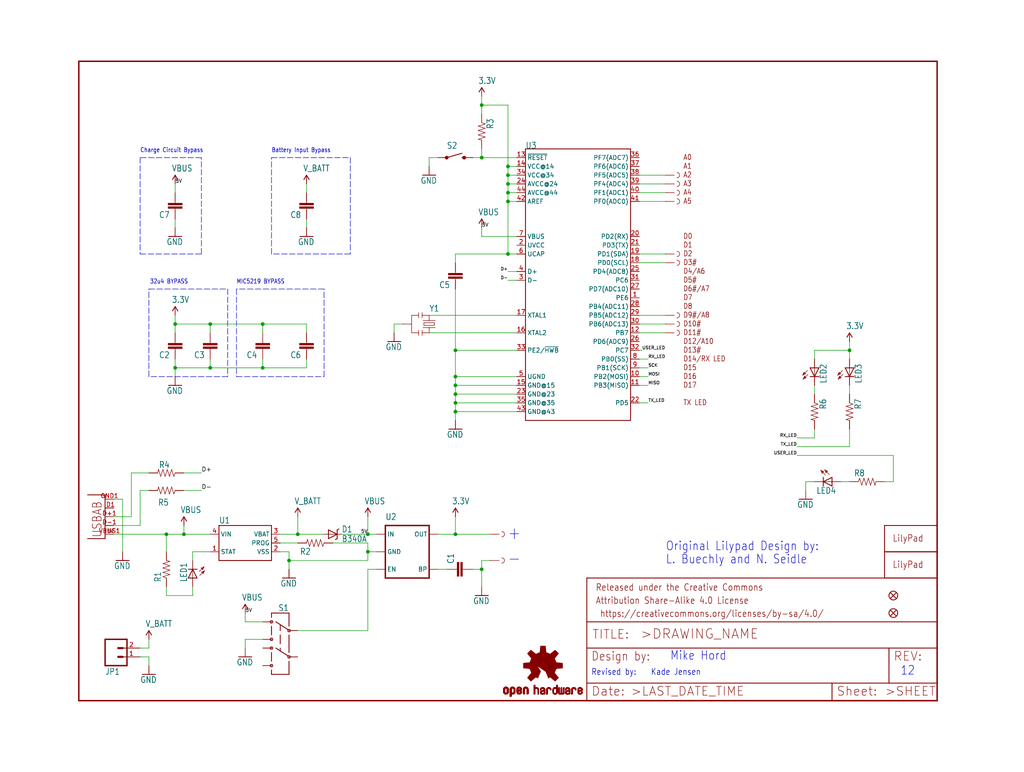
<source format=kicad_sch>
(kicad_sch (version 20211123) (generator eeschema)
  (paper "User" 297.002 223.926)
  (lib_symbols
    (symbol "eagleSchem-eagle-import:3.3V" (power)
      (property "Value" "3.3V" (at -1.016 3.556 0))
      (symbol "3.3V_1_0"
        (pin power_in line (at 0 0 90) (length 2.54) (name "3.3V") (number "1"))
      )
    )
    (symbol "eagleSchem-eagle-import:5V" (power)
      (property "Value" "5V" (at -1.016 3.556 0))
      (symbol "5V_1_0"
        (pin power_in line (at 0 0 90) (length 2.54) (name "5V") (number "1"))
      )
    )
    (symbol "eagleSchem-eagle-import:ATMEGA32U41{colon}1-LESS_PASTE"
      (property "Value" "ATMEGA32U41{colon}1-LESS_PASTE" (at -15.24 -43.18 0))
      (symbol "ATMEGA32U41{colon}1-LESS_PASTE_1_0"
        (text "A0" (at 30.48 34.798 0) (effects (font (size 1.524 1.2954)) (justify left bottom)))
        (text "A1" (at 30.48 32.258 0) (effects (font (size 1.524 1.2954)) (justify left bottom)))
        (text "A2" (at 30.48 29.718 0) (effects (font (size 1.524 1.2954)) (justify left bottom)))
        (text "A3" (at 30.48 27.178 0) (effects (font (size 1.524 1.2954)) (justify left bottom)))
        (text "A4" (at 30.48 24.638 0) (effects (font (size 1.524 1.2954)) (justify left bottom)))
        (text "A5" (at 30.48 22.098 0) (effects (font (size 1.524 1.2954)) (justify left bottom)))
        (text "D0" (at 30.48 11.938 0) (effects (font (size 1.524 1.2954)) (justify left bottom)))
        (text "D1" (at 30.48 9.398 0) (effects (font (size 1.524 1.2954)) (justify left bottom)))
        (text "D10#" (at 30.48 -13.462 0) (effects (font (size 1.524 1.2954)) (justify left bottom)))
        (text "D11#" (at 30.48 -16.002 0) (effects (font (size 1.524 1.2954)) (justify left bottom)))
        (text "D12/A10" (at 30.48 -18.542 0) (effects (font (size 1.524 1.2954)) (justify left bottom)))
        (text "D13#" (at 30.48 -21.082 0) (effects (font (size 1.524 1.2954)) (justify left bottom)))
        (text "D14/RX LED" (at 30.48 -23.622 0) (effects (font (size 1.524 1.2954)) (justify left bottom)))
        (text "D15" (at 30.48 -26.162 0) (effects (font (size 1.524 1.2954)) (justify left bottom)))
        (text "D16" (at 30.48 -28.702 0) (effects (font (size 1.524 1.2954)) (justify left bottom)))
        (text "D17" (at 30.48 -31.242 0) (effects (font (size 1.524 1.2954)) (justify left bottom)))
        (text "D2" (at 30.48 6.858 0) (effects (font (size 1.524 1.2954)) (justify left bottom)))
        (text "D3#" (at 30.48 4.318 0) (effects (font (size 1.524 1.2954)) (justify left bottom)))
        (text "D4/A6" (at 30.48 1.778 0) (effects (font (size 1.524 1.2954)) (justify left bottom)))
        (text "D5#" (at 30.48 -0.762 0) (effects (font (size 1.524 1.2954)) (justify left bottom)))
        (text "D6#/A7" (at 30.48 -3.302 0) (effects (font (size 1.524 1.2954)) (justify left bottom)))
        (text "D7" (at 30.48 -5.842 0) (effects (font (size 1.524 1.2954)) (justify left bottom)))
        (text "D8" (at 30.48 -8.382 0) (effects (font (size 1.524 1.2954)) (justify left bottom)))
        (text "D9#/A8" (at 30.48 -10.922 0) (effects (font (size 1.524 1.2954)) (justify left bottom)))
        (text "TX LED" (at 30.48 -36.322 0) (effects (font (size 1.524 1.2954)) (justify left bottom)))
        (pin bidirectional line (at 17.78 -5.08 180) (length 2.54) (name "PE6") (number "1"))
        (pin bidirectional line (at 17.78 -27.94 180) (length 2.54) (name "PB2(MOSI)") (number "10"))
        (pin bidirectional line (at 17.78 -30.48 180) (length 2.54) (name "PB3(MISO)") (number "11"))
        (pin bidirectional line (at 17.78 -15.24 180) (length 2.54) (name "PB7") (number "12"))
        (pin bidirectional line (at -17.78 35.56 0) (length 2.54) (name "~{RESET}") (number "13"))
        (pin bidirectional line (at -17.78 33.02 0) (length 2.54) (name "VCC@14") (number "14"))
        (pin bidirectional line (at -17.78 -30.48 0) (length 2.54) (name "GND@15") (number "15"))
        (pin bidirectional line (at -17.78 -15.24 0) (length 2.54) (name "XTAL2") (number "16"))
        (pin bidirectional line (at -17.78 -10.16 0) (length 2.54) (name "XTAL1") (number "17"))
        (pin bidirectional line (at 17.78 5.08 180) (length 2.54) (name "PD0(SCL)") (number "18"))
        (pin bidirectional line (at 17.78 7.62 180) (length 2.54) (name "PD1(SDA)") (number "19"))
        (pin bidirectional line (at -17.78 10.16 0) (length 2.54) (name "UVCC") (number "2"))
        (pin bidirectional line (at 17.78 12.7 180) (length 2.54) (name "PD2(RX)") (number "20"))
        (pin bidirectional line (at 17.78 10.16 180) (length 2.54) (name "PD3(TX)") (number "21"))
        (pin bidirectional line (at 17.78 -35.56 180) (length 2.54) (name "PD5") (number "22"))
        (pin bidirectional line (at -17.78 -33.02 0) (length 2.54) (name "GND@23") (number "23"))
        (pin bidirectional line (at -17.78 27.94 0) (length 2.54) (name "AVCC@24") (number "24"))
        (pin bidirectional line (at 17.78 2.54 180) (length 2.54) (name "PD4(ADC8)") (number "25"))
        (pin bidirectional line (at 17.78 -17.78 180) (length 2.54) (name "PD6(ADC9)") (number "26"))
        (pin bidirectional line (at 17.78 -2.54 180) (length 2.54) (name "PD7(ADC10)") (number "27"))
        (pin bidirectional line (at 17.78 -7.62 180) (length 2.54) (name "PB4(ADC11)") (number "28"))
        (pin bidirectional line (at 17.78 -10.16 180) (length 2.54) (name "PB5(ADC12)") (number "29"))
        (pin bidirectional line (at -17.78 0 0) (length 2.54) (name "D-") (number "3"))
        (pin bidirectional line (at 17.78 -12.7 180) (length 2.54) (name "PB6(ADC13)") (number "30"))
        (pin bidirectional line (at 17.78 0 180) (length 2.54) (name "PC6") (number "31"))
        (pin bidirectional line (at 17.78 -20.32 180) (length 2.54) (name "PC7") (number "32"))
        (pin bidirectional line (at -17.78 -20.32 0) (length 2.54) (name "PE2/~{HWB}") (number "33"))
        (pin bidirectional line (at -17.78 30.48 0) (length 2.54) (name "VCC@34") (number "34"))
        (pin bidirectional line (at -17.78 -35.56 0) (length 2.54) (name "GND@35") (number "35"))
        (pin bidirectional line (at 17.78 35.56 180) (length 2.54) (name "PF7(ADC7)") (number "36"))
        (pin bidirectional line (at 17.78 33.02 180) (length 2.54) (name "PF6(ADC6)") (number "37"))
        (pin bidirectional line (at 17.78 30.48 180) (length 2.54) (name "PF5(ADC5)") (number "38"))
        (pin bidirectional line (at 17.78 27.94 180) (length 2.54) (name "PF4(ADC4)") (number "39"))
        (pin bidirectional line (at -17.78 2.54 0) (length 2.54) (name "D+") (number "4"))
        (pin bidirectional line (at 17.78 25.4 180) (length 2.54) (name "PF1(ADC1)") (number "40"))
        (pin bidirectional line (at 17.78 22.86 180) (length 2.54) (name "PF0(ADC0)") (number "41"))
        (pin bidirectional line (at -17.78 22.86 0) (length 2.54) (name "AREF") (number "42"))
        (pin bidirectional line (at -17.78 -38.1 0) (length 2.54) (name "GND@43") (number "43"))
        (pin bidirectional line (at -17.78 25.4 0) (length 2.54) (name "AVCC@44") (number "44"))
        (pin bidirectional line (at -17.78 -27.94 0) (length 2.54) (name "UGND") (number "5"))
        (pin bidirectional line (at -17.78 7.62 0) (length 2.54) (name "UCAP") (number "6"))
        (pin bidirectional line (at -17.78 12.7 0) (length 2.54) (name "VBUS") (number "7"))
        (pin bidirectional line (at 17.78 -22.86 180) (length 2.54) (name "PB0(SS)") (number "8"))
        (pin bidirectional line (at 17.78 -25.4 180) (length 2.54) (name "PB1(SCK)") (number "9"))
      )
    )
    (symbol "eagleSchem-eagle-import:CAP0603-CAP"
      (property "Reference" "C" (at 1.524 2.921 0))
      (property "Value" "CAP0603-CAP" (at 1.524 -2.159 0))
      (symbol "CAP0603-CAP_1_0"
        (pin passive line (at 0 5.08 270) (length 2.54) (name "1") (number "1"))
        (pin passive line (at 0 -2.54 90) (length 2.54) (name "2") (number "2"))
      )
    )
    (symbol "eagleSchem-eagle-import:CAP1206"
      (property "Reference" "C" (at 1.524 2.921 0))
      (property "Value" "CAP1206" (at 1.524 -2.159 0))
      (symbol "CAP1206_1_0"
        (pin passive line (at 0 5.08 270) (length 2.54) (name "1") (number "1"))
        (pin passive line (at 0 -2.54 90) (length 2.54) (name "2") (number "2"))
      )
    )
    (symbol "eagleSchem-eagle-import:DIODE-SCHOTTKY-B340A"
      (property "Reference" "D" (at 2.54 0.4826 0))
      (property "Value" "DIODE-SCHOTTKY-B340A" (at 2.54 -2.3114 0))
      (symbol "DIODE-SCHOTTKY-B340A_1_0"
        (pin passive line (at -2.54 0 0) (length 2.54) (name "A") (number "A"))
        (pin passive line (at 2.54 0 180) (length 2.54) (name "C") (number "C"))
      )
    )
    (symbol "eagleSchem-eagle-import:FIDUCIAL1X2")
    (symbol "eagleSchem-eagle-import:FRAME-LETTER"
      (symbol "FRAME-LETTER_2_0"
        (text " https://creativecommons.org/licenses/by-sa/4.0/" (at 2.54 24.13 0) (effects (font (size 1.9304 1.6408)) (justify left bottom)))
        (text ">DRAWING_NAME" (at 15.494 17.78 0) (effects (font (size 2.7432 2.7432)) (justify left bottom)))
        (text ">LAST_DATE_TIME" (at 12.7 1.27 0) (effects (font (size 2.54 2.54)) (justify left bottom)))
        (text ">SHEET" (at 86.36 1.27 0) (effects (font (size 2.54 2.54)) (justify left bottom)))
        (text "Attribution Share-Alike 4.0 License" (at 2.54 27.94 0) (effects (font (size 1.9304 1.6408)) (justify left bottom)))
        (text "Date:" (at 1.27 1.27 0) (effects (font (size 2.54 2.54)) (justify left bottom)))
        (text "Design by:" (at 1.27 11.43 0) (effects (font (size 2.54 2.159)) (justify left bottom)))
        (text "Released under the Creative Commons" (at 2.54 31.75 0) (effects (font (size 1.9304 1.6408)) (justify left bottom)))
        (text "REV:" (at 88.9 11.43 0) (effects (font (size 2.54 2.54)) (justify left bottom)))
        (text "Sheet:" (at 72.39 1.27 0) (effects (font (size 2.54 2.54)) (justify left bottom)))
        (text "TITLE:" (at 1.524 17.78 0) (effects (font (size 2.54 2.54)) (justify left bottom)))
      )
    )
    (symbol "eagleSchem-eagle-import:GND" (power)
      (property "Value" "GND" (at -2.54 -2.54 0))
      (symbol "GND_1_0"
        (pin power_in line (at 0 2.54 270) (length 2.54) (name "GND") (number "1"))
      )
    )
    (symbol "eagleSchem-eagle-import:LED0603"
      (property "Reference" "LED" (at 3.556 -4.572 90))
      (property "Value" "LED0603" (at 5.715 -4.572 90))
      (symbol "LED0603_1_0"
        (pin passive line (at 0 2.54 270) (length 2.54) (name "A") (number "A"))
        (pin passive line (at 0 -5.08 90) (length 2.54) (name "C") (number "C"))
      )
    )
    (symbol "eagleSchem-eagle-import:LOGO-LPLP"
      (symbol "LOGO-LPLP_1_0"
        (text "LilyPad" (at -0.254 0.254 0) (effects (font (size 1.9304 1.6408)) (justify left bottom)))
      )
    )
    (symbol "eagleSchem-eagle-import:LOGO-LPLPA"
      (symbol "LOGO-LPLPA_1_0"
        (text "LilyPad" (at -0.254 0.254 0) (effects (font (size 1.9304 1.6408)) (justify left bottom)))
      )
    )
    (symbol "eagleSchem-eagle-import:M02-JST-2MM-SMT"
      (property "Reference" "JP" (at -2.54 5.842 0))
      (property "Value" "M02-JST-2MM-SMT" (at -2.54 -5.08 0))
      (symbol "M02-JST-2MM-SMT_1_0"
        (pin passive line (at 7.62 2.54 180) (length 5.08) (name "2") (number "1"))
        (pin passive line (at 7.62 0 180) (length 5.08) (name "1") (number "2"))
      )
    )
    (symbol "eagleSchem-eagle-import:MCP73831"
      (property "Reference" "U" (at -7.62 5.588 0))
      (property "Value" "MCP73831" (at -7.62 -7.62 0))
      (symbol "MCP73831_1_0"
        (pin output line (at -10.16 -2.54 0) (length 2.54) (name "STAT") (number "1"))
        (pin power_in line (at 10.16 -2.54 180) (length 2.54) (name "VSS") (number "2"))
        (pin power_in line (at 10.16 2.54 180) (length 2.54) (name "VBAT") (number "3"))
        (pin power_in line (at -10.16 2.54 0) (length 2.54) (name "VIN") (number "4"))
        (pin input line (at 10.16 0 180) (length 2.54) (name "PROG") (number "5"))
      )
    )
    (symbol "eagleSchem-eagle-import:OSHW-LOGOM")
    (symbol "eagleSchem-eagle-import:RESISTOR0603-RES"
      (property "Reference" "R" (at -3.81 1.4986 0))
      (property "Value" "RESISTOR0603-RES" (at -3.81 -3.302 0))
      (symbol "RESISTOR0603-RES_1_0"
        (pin passive line (at -5.08 0 0) (length 2.54) (name "1") (number "1"))
        (pin passive line (at 5.08 0 180) (length 2.54) (name "2") (number "2"))
      )
    )
    (symbol "eagleSchem-eagle-import:RESONATOR8MHZ"
      (property "Reference" "Y" (at 2.54 1.016 0))
      (property "Value" "RESONATOR8MHZ" (at 2.54 -7.62 0))
      (symbol "RESONATOR8MHZ_1_0"
        (pin passive line (at -2.54 0 0) (length 0) (name "1") (number "1"))
        (pin passive line (at 0 -7.62 90) (length 0) (name "2") (number "2"))
        (pin passive line (at 2.54 0 180) (length 0) (name "3") (number "3"))
      )
    )
    (symbol "eagleSchem-eagle-import:SEWTAP9"
      (symbol "SEWTAP9_1_0"
        (pin bidirectional line (at -2.54 0 180) (length 0) (name "1") (number "1"))
      )
    )
    (symbol "eagleSchem-eagle-import:SWITCH-DPDTAYZ0202"
      (property "Reference" "S" (at -2.54 8.128 0))
      (property "Value" "SWITCH-DPDTAYZ0202" (at -2.54 -12.7 0))
      (symbol "SWITCH-DPDTAYZ0202_1_0"
        (pin bidirectional line (at 5.08 5.08 180) (length 2.54) (name "1") (number "1"))
        (pin bidirectional line (at -5.08 2.54 0) (length 2.54) (name "2") (number "2"))
        (pin bidirectional line (at 5.08 0 180) (length 2.54) (name "3") (number "3"))
        (pin bidirectional line (at 5.08 -2.54 180) (length 2.54) (name "4") (number "4"))
        (pin bidirectional line (at -5.08 -5.08 0) (length 2.54) (name "5") (number "5"))
        (pin bidirectional line (at 5.08 -7.62 180) (length 2.54) (name "6") (number "6"))
      )
    )
    (symbol "eagleSchem-eagle-import:SWITCH-MOMENTARY-2SMD"
      (property "Reference" "S" (at -2.54 2.54 0))
      (property "Value" "SWITCH-MOMENTARY-2SMD" (at -2.54 -2.54 0))
      (symbol "SWITCH-MOMENTARY-2SMD_1_0"
        (pin passive line (at -5.08 0 0) (length 2.54) (name "1") (number "1"))
        (pin passive line (at 5.08 0 180) (length 2.54) (name "2") (number "3"))
      )
    )
    (symbol "eagleSchem-eagle-import:USB-ABCONN-11794"
      (symbol "USB-ABCONN-11794_1_0"
        (text "USBAB" (at 1.27 -6.096 900) (effects (font (size 2.54 2.159)) (justify left bottom)))
        (pin bidirectional line (at -5.08 0 0) (length 2.54) (name "D+") (number "D+1"))
        (pin bidirectional line (at -5.08 -2.54 0) (length 2.54) (name "D-") (number "D-1"))
        (pin bidirectional line (at -5.08 5.08 0) (length 2.54) (name "GND") (number "GND1"))
        (pin bidirectional line (at -5.08 2.54 0) (length 2.54) (name "USBID") (number "ID1"))
        (pin bidirectional line (at -5.08 -5.08 0) (length 2.54) (name "VBUS") (number "VBUS1"))
      )
    )
    (symbol "eagleSchem-eagle-import:V_BATT" (power)
      (property "Value" "V_BATT" (at -1.016 3.556 0))
      (symbol "V_BATT_1_0"
        (pin power_in line (at 0 0 90) (length 2.54) (name "V_BATT") (number "1"))
      )
    )
    (symbol "eagleSchem-eagle-import:V_REG_MIC52193.3V"
      (property "Reference" "U" (at -7.62 9.144 0))
      (property "Value" "V_REG_MIC52193.3V" (at -7.62 -11.43 0))
      (symbol "V_REG_MIC52193.3V_1_0"
        (pin input line (at -10.16 5.08 0) (length 2.54) (name "IN") (number "1"))
        (pin input line (at -10.16 0 0) (length 2.54) (name "GND") (number "2"))
        (pin input line (at -10.16 -5.08 0) (length 2.54) (name "EN") (number "3"))
        (pin input line (at 7.62 -5.08 180) (length 2.54) (name "BP") (number "4"))
        (pin passive line (at 7.62 5.08 180) (length 2.54) (name "OUT") (number "5"))
      )
    )
  )
  (junction (at 147.32 50.8))
  (junction (at 83.82 162.56))
  (junction (at 132.08 111.76))
  (junction (at 139.7 30.48))
  (junction (at 76.2 93.98))
  (junction (at 147.32 55.88))
  (junction (at 50.8 93.98))
  (junction (at 106.68 154.94))
  (junction (at 139.7 45.72))
  (junction (at 132.08 154.94))
  (junction (at 132.08 116.84))
  (junction (at 246.38 101.6))
  (junction (at 106.68 160.02))
  (junction (at 76.2 106.68))
  (junction (at 132.08 119.38))
  (junction (at 139.7 165.1))
  (junction (at 60.96 106.68))
  (junction (at 147.32 58.42))
  (junction (at 60.96 93.98))
  (junction (at 50.8 106.68))
  (junction (at 86.36 154.94))
  (junction (at 132.08 101.6))
  (junction (at 147.32 73.66))
  (junction (at 147.32 48.26))
  (junction (at 53.34 154.94))
  (junction (at 48.26 154.94))
  (junction (at 132.08 114.3))
  (junction (at 132.08 109.22))
  (junction (at 147.32 53.34))
  (wire (pts (xy 35.56 160.02) (xy 35.56 144.78)))
  (wire (pts (xy 35.56 144.78) (xy 33.02 144.78)))
  (wire (pts (xy 246.38 104.14) (xy 246.38 101.6)))
  (wire (pts (xy 132.08 109.22) (xy 132.08 111.76)))
  (wire (pts (xy 33.02 149.86) (xy 38.1 149.86)))
  (wire (pts (xy 76.2 106.68) (xy 76.2 104.14)))
  (wire (pts (xy 193.04 55.88) (xy 185.42 55.88)))
  (wire (pts (xy 106.68 162.56) (xy 106.68 160.02)))
  (wire (pts (xy 83.82 160.02) (xy 83.82 162.56)))
  (wire (pts (xy 185.42 106.68) (xy 187.96 106.68)))
  (wire (pts (xy 236.22 124.46) (xy 236.22 127)))
  (wire (pts (xy 116.84 93.98) (xy 114.3 93.98)))
  (wire (pts (xy 185.42 109.22) (xy 187.96 109.22)))
  (wire (pts (xy 60.96 93.98) (xy 60.96 96.52)))
  (wire (pts (xy 139.7 45.72) (xy 137.16 45.72)))
  (wire (pts (xy 149.86 78.74) (xy 147.32 78.74)))
  (wire (pts (xy 132.08 154.94) (xy 132.08 149.86)))
  (polyline (pts (xy 43.18 109.22) (xy 43.18 83.82)))
  (wire (pts (xy 132.08 114.3) (xy 132.08 116.84)))
  (wire (pts (xy 132.08 116.84) (xy 132.08 119.38)))
  (wire (pts (xy 147.32 50.8) (xy 147.32 53.34)))
  (wire (pts (xy 43.18 137.16) (xy 38.1 137.16)))
  (wire (pts (xy 139.7 165.1) (xy 139.7 170.18)))
  (wire (pts (xy 50.8 91.44) (xy 50.8 93.98)))
  (wire (pts (xy 88.9 63.5) (xy 88.9 66.04)))
  (wire (pts (xy 38.1 149.86) (xy 38.1 137.16)))
  (wire (pts (xy 55.88 172.72) (xy 55.88 170.18)))
  (wire (pts (xy 185.42 101.6) (xy 186.182 101.6)))
  (wire (pts (xy 50.8 104.14) (xy 50.8 106.68)))
  (wire (pts (xy 106.68 154.94) (xy 99.06 154.94)))
  (wire (pts (xy 55.88 160.02) (xy 60.96 160.02)))
  (wire (pts (xy 149.86 96.52) (xy 124.46 96.52)))
  (wire (pts (xy 149.86 50.8) (xy 147.32 50.8)))
  (wire (pts (xy 149.86 45.72) (xy 139.7 45.72)))
  (wire (pts (xy 48.26 170.18) (xy 48.26 172.72)))
  (wire (pts (xy 50.8 106.68) (xy 50.8 109.22)))
  (wire (pts (xy 53.34 137.16) (xy 58.42 137.16)))
  (polyline (pts (xy 58.42 73.66) (xy 58.42 45.72)))
  (polyline (pts (xy 66.04 83.82) (xy 66.04 109.22)))
  (wire (pts (xy 149.86 119.38) (xy 132.08 119.38)))
  (wire (pts (xy 259.08 132.08) (xy 231.14 132.08)))
  (wire (pts (xy 256.54 139.7) (xy 259.08 139.7)))
  (wire (pts (xy 86.36 149.86) (xy 86.36 154.94)))
  (wire (pts (xy 50.8 53.34) (xy 50.8 55.88)))
  (polyline (pts (xy 43.18 83.82) (xy 66.04 83.82)))
  (polyline (pts (xy 40.64 45.72) (xy 40.64 73.66)))
  (wire (pts (xy 236.22 111.76) (xy 236.22 114.3)))
  (wire (pts (xy 33.02 154.94) (xy 48.26 154.94)))
  (wire (pts (xy 139.7 30.48) (xy 139.7 33.02)))
  (wire (pts (xy 132.08 83.82) (xy 132.08 101.6)))
  (wire (pts (xy 48.26 154.94) (xy 48.26 160.02)))
  (wire (pts (xy 50.8 63.5) (xy 50.8 66.04)))
  (wire (pts (xy 60.96 106.68) (xy 60.96 104.14)))
  (wire (pts (xy 71.12 180.34) (xy 76.2 180.34)))
  (wire (pts (xy 185.42 91.44) (xy 193.04 91.44)))
  (wire (pts (xy 93.98 154.94) (xy 86.36 154.94)))
  (wire (pts (xy 185.42 111.76) (xy 187.96 111.76)))
  (wire (pts (xy 185.42 58.42) (xy 193.04 58.42)))
  (wire (pts (xy 53.34 142.24) (xy 58.42 142.24)))
  (wire (pts (xy 147.32 58.42) (xy 147.32 73.66)))
  (polyline (pts (xy 40.64 73.66) (xy 58.42 73.66)))
  (wire (pts (xy 124.46 45.72) (xy 124.46 48.26)))
  (polyline (pts (xy 93.98 109.22) (xy 93.98 83.82)))
  (wire (pts (xy 139.7 66.04) (xy 139.7 68.58)))
  (wire (pts (xy 106.68 157.48) (xy 106.68 160.02)))
  (wire (pts (xy 106.68 154.94) (xy 109.22 154.94)))
  (polyline (pts (xy 101.6 45.72) (xy 101.6 73.66)))
  (polyline (pts (xy 101.6 73.66) (xy 78.74 73.66)))
  (wire (pts (xy 139.7 162.56) (xy 139.7 165.1)))
  (wire (pts (xy 246.38 111.76) (xy 246.38 114.3)))
  (wire (pts (xy 132.08 111.76) (xy 132.08 114.3)))
  (wire (pts (xy 236.22 101.6) (xy 246.38 101.6)))
  (wire (pts (xy 53.34 152.4) (xy 53.34 154.94)))
  (wire (pts (xy 50.8 93.98) (xy 60.96 93.98)))
  (wire (pts (xy 149.86 81.28) (xy 147.32 81.28)))
  (polyline (pts (xy 68.58 83.82) (xy 68.58 109.22)))
  (wire (pts (xy 50.8 106.68) (xy 60.96 106.68)))
  (wire (pts (xy 142.24 162.56) (xy 139.7 162.56)))
  (wire (pts (xy 132.08 154.94) (xy 142.24 154.94)))
  (wire (pts (xy 193.04 76.2) (xy 185.42 76.2)))
  (wire (pts (xy 139.7 30.48) (xy 147.32 30.48)))
  (wire (pts (xy 83.82 162.56) (xy 106.68 162.56)))
  (wire (pts (xy 185.42 96.52) (xy 193.04 96.52)))
  (wire (pts (xy 53.34 154.94) (xy 60.96 154.94)))
  (wire (pts (xy 76.2 106.68) (xy 60.96 106.68)))
  (wire (pts (xy 124.46 91.44) (xy 149.86 91.44)))
  (wire (pts (xy 114.3 93.98) (xy 114.3 96.52)))
  (wire (pts (xy 193.04 73.66) (xy 185.42 73.66)))
  (wire (pts (xy 147.32 73.66) (xy 149.86 73.66)))
  (wire (pts (xy 147.32 53.34) (xy 147.32 55.88)))
  (wire (pts (xy 243.84 139.7) (xy 246.38 139.7)))
  (wire (pts (xy 147.32 55.88) (xy 147.32 58.42)))
  (wire (pts (xy 127 45.72) (xy 124.46 45.72)))
  (wire (pts (xy 193.04 50.8) (xy 185.42 50.8)))
  (wire (pts (xy 139.7 27.94) (xy 139.7 30.48)))
  (wire (pts (xy 40.64 142.24) (xy 40.64 152.4)))
  (wire (pts (xy 106.68 182.88) (xy 106.68 165.1)))
  (wire (pts (xy 137.16 165.1) (xy 139.7 165.1)))
  (wire (pts (xy 132.08 73.66) (xy 132.08 76.2)))
  (wire (pts (xy 106.68 149.86) (xy 106.68 154.94)))
  (wire (pts (xy 149.86 48.26) (xy 147.32 48.26)))
  (wire (pts (xy 185.42 93.98) (xy 193.04 93.98)))
  (wire (pts (xy 106.68 165.1) (xy 109.22 165.1)))
  (wire (pts (xy 149.86 116.84) (xy 132.08 116.84)))
  (polyline (pts (xy 66.04 109.22) (xy 43.18 109.22)))
  (wire (pts (xy 88.9 93.98) (xy 88.9 96.52)))
  (wire (pts (xy 185.42 104.14) (xy 187.96 104.14)))
  (wire (pts (xy 246.38 124.46) (xy 246.38 129.54)))
  (wire (pts (xy 147.32 73.66) (xy 132.08 73.66)))
  (wire (pts (xy 43.18 142.24) (xy 40.64 142.24)))
  (wire (pts (xy 40.64 190.5) (xy 43.18 190.5)))
  (polyline (pts (xy 58.42 45.72) (xy 40.64 45.72)))
  (wire (pts (xy 76.2 93.98) (xy 76.2 96.52)))
  (wire (pts (xy 43.18 190.5) (xy 43.18 193.04)))
  (wire (pts (xy 71.12 185.42) (xy 76.2 185.42)))
  (wire (pts (xy 40.64 152.4) (xy 33.02 152.4)))
  (polyline (pts (xy 78.74 73.66) (xy 78.74 45.72)))
  (wire (pts (xy 149.86 101.6) (xy 132.08 101.6)))
  (wire (pts (xy 185.42 116.84) (xy 187.96 116.84)))
  (wire (pts (xy 236.22 104.14) (xy 236.22 101.6)))
  (wire (pts (xy 127 154.94) (xy 132.08 154.94)))
  (wire (pts (xy 106.68 160.02) (xy 109.22 160.02)))
  (wire (pts (xy 149.86 53.34) (xy 147.32 53.34)))
  (wire (pts (xy 96.52 157.48) (xy 106.68 157.48)))
  (wire (pts (xy 40.64 187.96) (xy 43.18 187.96)))
  (wire (pts (xy 132.08 101.6) (xy 132.08 109.22)))
  (wire (pts (xy 88.9 53.34) (xy 88.9 55.88)))
  (wire (pts (xy 43.18 187.96) (xy 43.18 185.42)))
  (wire (pts (xy 86.36 182.88) (xy 106.68 182.88)))
  (wire (pts (xy 149.86 55.88) (xy 147.32 55.88)))
  (wire (pts (xy 139.7 68.58) (xy 149.86 68.58)))
  (wire (pts (xy 185.42 53.34) (xy 193.04 53.34)))
  (wire (pts (xy 259.08 139.7) (xy 259.08 132.08)))
  (wire (pts (xy 71.12 187.96) (xy 71.12 185.42)))
  (wire (pts (xy 233.68 142.24) (xy 233.68 139.7)))
  (wire (pts (xy 246.38 99.06) (xy 246.38 101.6)))
  (wire (pts (xy 139.7 43.18) (xy 139.7 45.72)))
  (polyline (pts (xy 78.74 45.72) (xy 101.6 45.72)))
  (wire (pts (xy 55.88 162.56) (xy 55.88 160.02)))
  (wire (pts (xy 48.26 154.94) (xy 53.34 154.94)))
  (wire (pts (xy 83.82 162.56) (xy 83.82 165.1)))
  (wire (pts (xy 88.9 104.14) (xy 88.9 106.68)))
  (wire (pts (xy 147.32 30.48) (xy 147.32 48.26)))
  (wire (pts (xy 81.28 154.94) (xy 86.36 154.94)))
  (polyline (pts (xy 68.58 109.22) (xy 93.98 109.22)))
  (wire (pts (xy 127 165.1) (xy 129.54 165.1)))
  (wire (pts (xy 147.32 58.42) (xy 149.86 58.42)))
  (wire (pts (xy 246.38 129.54) (xy 231.14 129.54)))
  (wire (pts (xy 149.86 111.76) (xy 132.08 111.76)))
  (wire (pts (xy 236.22 127) (xy 231.14 127)))
  (wire (pts (xy 149.86 109.22) (xy 132.08 109.22)))
  (wire (pts (xy 233.68 139.7) (xy 236.22 139.7)))
  (wire (pts (xy 147.32 48.26) (xy 147.32 50.8)))
  (wire (pts (xy 86.36 157.48) (xy 81.28 157.48)))
  (wire (pts (xy 88.9 106.68) (xy 76.2 106.68)))
  (wire (pts (xy 71.12 177.8) (xy 71.12 180.34)))
  (wire (pts (xy 60.96 93.98) (xy 76.2 93.98)))
  (wire (pts (xy 149.86 114.3) (xy 132.08 114.3)))
  (polyline (pts (xy 93.98 83.82) (xy 68.58 83.82)))
  (wire (pts (xy 132.08 119.38) (xy 132.08 121.92)))
  (wire (pts (xy 48.26 172.72) (xy 55.88 172.72)))
  (wire (pts (xy 50.8 93.98) (xy 50.8 96.52)))
  (wire (pts (xy 76.2 93.98) (xy 88.9 93.98)))
  (wire (pts (xy 81.28 160.02) (xy 83.82 160.02)))
  (text "-" (at 147.066 164.338 180) (effects (font (size 3.81 3.2385)) (justify left bottom)))
  (text "Kade Jensen" (at 188.722 196.088 180) (effects (font (size 1.778 1.5113)) (justify left bottom)))
  (text "Original Lilypad Design by:" (at 193.04 160.02 180) (effects (font (size 2.54 2.159)) (justify left bottom)))
  (text "Charge Circuit Bypass" (at 40.64 44.45 180) (effects (font (size 1.27 1.0795)) (justify left bottom)))
  (text "L. Buechly and N. Seidle" (at 193.04 163.83 180) (effects (font (size 2.54 2.159)) (justify left bottom)))
  (text "MIC5219 BYPASS" (at 68.58 82.55 180) (effects (font (size 1.27 1.0795)) (justify left bottom)))
  (text "+" (at 147.066 156.972 180) (effects (font (size 3.81 3.2385)) (justify left bottom)))
  (text "Mike Hord" (at 194.31 191.77 180) (effects (font (size 2.54 2.159)) (justify left bottom)))
  (text "32u4 BYPASS" (at 43.434 82.55 180) (effects (font (size 1.27 1.0795)) (justify left bottom)))
  (text "12" (at 261.112 196.088 180) (effects (font (size 2.54 2.159)) (justify left bottom)))
  (text "Battery Input Bypass" (at 78.74 44.45 180) (effects (font (size 1.27 1.0795)) (justify left bottom)))
  (text "Revised by:" (at 171.45 196.088 180) (effects (font (size 1.778 1.5113)) (justify left bottom)))
  (label "RX_LED" (at 187.96 104.14 0) (effects (font (size 0.889 0.889))))
  (label "D-" (at 58.42 142.24 0) (effects (font (size 1.2446 1.2446))))
  (label "D+" (at 147.32 78.74 180) (effects (font (size 0.889 0.889))))
  (label "TX_LED" (at 187.96 116.84 0) (effects (font (size 0.889 0.889))))
  (label "USER_LED" (at 231.14 132.08 180) (effects (font (size 0.889 0.889))))
  (label "5V" (at 139.7 66.04 0) (effects (font (size 1.016 1.016))))
  (label "5V" (at 33.02 154.94 180) (effects (font (size 1.016 1.016))))
  (label "5V" (at 71.12 177.8 0) (effects (font (size 1.016 1.016))))
  (label "D-" (at 147.32 81.28 180) (effects (font (size 0.889 0.889))))
  (label "RX_LED" (at 231.14 127 180) (effects (font (size 0.889 0.889))))
  (label "D+" (at 58.42 137.16 0) (effects (font (size 1.2446 1.2446))))
  (label "USER_LED" (at 186.182 101.6 0) (effects (font (size 0.889 0.889))))
  (label "5V" (at 50.8 53.34 0) (effects (font (size 1.016 1.016))))
  (label "SCK" (at 187.96 106.68 0) (effects (font (size 0.889 0.889))))
  (label "MISO" (at 187.96 111.76 0) (effects (font (size 0.889 0.889))))
  (label "5V" (at 106.68 154.94 180) (effects (font (size 1.016 1.016))))
  (label "MOSI" (at 187.96 109.22 0) (effects (font (size 0.889 0.889))))
  (label "TX_LED" (at 231.14 129.54 180) (effects (font (size 0.889 0.889))))
  (symbol (lib_id "eagleSchem-eagle-import:LOGO-LPLPA") (at 259.08 157.48 0) (unit 1)
    (property "Reference" "U$1" (effects hide))
    (property "Value" "LOGO-LPLPA" (effects hide))
    (property "Footprint" "eagleSchem:LOGO-LPA" (effects hide))
  )
  (symbol (lib_id "eagleSchem-eagle-import:SEWTAP9") (at 195.58 93.98 0) (unit 1)
    (property "Reference" "D10" (effects hide))
    (property "Value" "SEWTAP9" (effects hide))
    (property "Footprint" "eagleSchem:PETAL-LONG-1-2SIDE" (effects hide))
    (property "Value" "SEWTAP9" (effects hide))
  )
  (symbol (lib_id "eagleSchem-eagle-import:CAP0603-CAP") (at 76.2 99.06 180) (unit 1)
    (property "Reference" "C4" (at 74.676 101.981 0) (effects (font (size 1.778 1.5113)) (justify left bottom)))
    (property "Value" ".1uF" (at 74.676 96.901 0) (effects (font (size 1.778 1.5113)) (justify left bottom)))
    (property "Footprint" "eagleSchem:0603-CAP" (effects hide))
    (property "Value" ".1uF" (effects hide))
  )
  (symbol (lib_id "eagleSchem-eagle-import:OSHW-LOGOM") (at 157.48 193.04 0) (unit 1)
    (property "Reference" "U$5" (effects hide))
    (property "Value" "OSHW-LOGOM" (effects hide))
    (property "Footprint" "eagleSchem:OSHW-LOGO-M" (effects hide))
  )
  (symbol (lib_id "eagleSchem-eagle-import:3.3V") (at 246.38 99.06 0) (unit 1)
    (property "Reference" "#P+3" (effects hide))
    (property "Value" "3.3V" (at 245.364 95.504 0) (effects (font (size 1.778 1.5113)) (justify left bottom)))
    (property "Footprint" "eagleSchem:" (effects hide))
  )
  (symbol (lib_id "eagleSchem-eagle-import:GND") (at 71.12 190.5 0) (unit 1)
    (property "Reference" "#GND1" (effects hide))
    (property "Value" "GND" (at 68.58 193.04 0) (effects (font (size 1.778 1.5113)) (justify left bottom)))
    (property "Footprint" "eagleSchem:" (effects hide))
  )
  (symbol (lib_id "eagleSchem-eagle-import:LED0603") (at 246.38 106.68 0) (unit 1)
    (property "Reference" "LED3" (at 249.936 111.252 90) (effects (font (size 1.778 1.5113)) (justify left bottom)))
    (property "Value" "RED" (at 252.095 111.252 90) (effects (font (size 1.778 1.5113)) (justify left bottom)))
    (property "Footprint" "eagleSchem:LED-0603" (effects hide))
    (property "Value" "RED" (effects hide))
  )
  (symbol (lib_id "eagleSchem-eagle-import:RESISTOR0603-RES") (at 48.26 142.24 180) (unit 1)
    (property "Reference" "R5" (at 49.022 144.7546 0) (effects (font (size 1.778 1.5113)) (justify left bottom)))
    (property "Value" "22" (at 53.848 144.78 0) (effects (font (size 1.778 1.5113)) (justify left bottom)))
    (property "Footprint" "eagleSchem:0603-RES" (effects hide))
    (property "Value" "22" (effects hide))
  )
  (symbol (lib_id "eagleSchem-eagle-import:SEWTAP9") (at 195.58 58.42 0) (unit 1)
    (property "Reference" "A5" (effects hide))
    (property "Value" "SEWTAP9" (effects hide))
    (property "Footprint" "eagleSchem:PETAL-LONG-1-2SIDE" (effects hide))
    (property "Value" "SEWTAP9" (effects hide))
  )
  (symbol (lib_id "eagleSchem-eagle-import:FIDUCIAL1X2") (at 259.08 172.72 0) (unit 1)
    (property "Reference" "JP2" (effects hide))
    (property "Value" "FIDUCIAL1X2" (effects hide))
    (property "Footprint" "eagleSchem:FIDUCIAL-1X2" (effects hide))
  )
  (symbol (lib_id "eagleSchem-eagle-import:CAP0603-CAP") (at 132.08 78.74 180) (unit 1)
    (property "Reference" "C5" (at 130.556 81.661 0) (effects (font (size 1.778 1.5113)) (justify left bottom)))
    (property "Value" "1uF" (at 130.556 76.581 0) (effects (font (size 1.778 1.5113)) (justify left bottom)))
    (property "Footprint" "eagleSchem:0603-CAP" (effects hide))
    (property "Value" "1uF" (effects hide))
  )
  (symbol (lib_id "eagleSchem-eagle-import:3.3V") (at 139.7 27.94 0) (unit 1)
    (property "Reference" "#P+2" (effects hide))
    (property "Value" "3.3V" (at 138.684 24.384 0) (effects (font (size 1.778 1.5113)) (justify left bottom)))
    (property "Footprint" "eagleSchem:" (effects hide))
  )
  (symbol (lib_id "eagleSchem-eagle-import:GND") (at 233.68 144.78 0) (unit 1)
    (property "Reference" "#GND12" (effects hide))
    (property "Value" "GND" (at 231.14 147.32 0) (effects (font (size 1.778 1.5113)) (justify left bottom)))
    (property "Footprint" "eagleSchem:" (effects hide))
  )
  (symbol (lib_id "eagleSchem-eagle-import:USB-ABCONN-11794") (at 27.94 149.86 0) (mirror y) (unit 1)
    (property "Reference" "U5" (effects hide))
    (property "Value" "USB-ABCONN-11794" (effects hide))
    (property "Footprint" "eagleSchem:USB-AB-MICRO-SMD_V03" (effects hide))
  )
  (symbol (lib_id "eagleSchem-eagle-import:GND") (at 50.8 68.58 0) (unit 1)
    (property "Reference" "#GND9" (effects hide))
    (property "Value" "GND" (at 48.26 71.12 0) (effects (font (size 1.778 1.5113)) (justify left bottom)))
    (property "Footprint" "eagleSchem:" (effects hide))
  )
  (symbol (lib_id "eagleSchem-eagle-import:SWITCH-MOMENTARY-2SMD") (at 132.08 45.72 0) (unit 1)
    (property "Reference" "S2" (at 129.54 43.18 0) (effects (font (size 1.778 1.5113)) (justify left bottom)))
    (property "Value" "!RESET" (at 129.286 48.768 0) (effects (font (size 1.778 1.5113)) (justify left bottom)))
    (property "Footprint" "eagleSchem:TACTILE_SWITCH_SMD" (effects hide))
    (property "Value" "!RESET" (effects hide))
  )
  (symbol (lib_id "eagleSchem-eagle-import:V_BATT") (at 86.36 149.86 0) (unit 1)
    (property "Reference" "#U$14" (effects hide))
    (property "Value" "V_BATT" (at 85.344 146.304 0) (effects (font (size 1.778 1.5113)) (justify left bottom)))
    (property "Footprint" "eagleSchem:" (effects hide))
  )
  (symbol (lib_id "eagleSchem-eagle-import:SEWTAP9") (at 144.78 162.56 0) (unit 1)
    (property "Reference" "-0" (effects hide))
    (property "Value" "SEWTAP9" (effects hide))
    (property "Footprint" "eagleSchem:PETAL-LONG-1-2SIDE" (effects hide))
    (property "Value" "SEWTAP9" (effects hide))
  )
  (symbol (lib_id "eagleSchem-eagle-import:GND") (at 124.46 50.8 0) (unit 1)
    (property "Reference" "#GND5" (effects hide))
    (property "Value" "GND" (at 121.92 53.34 0) (effects (font (size 1.778 1.5113)) (justify left bottom)))
    (property "Footprint" "eagleSchem:" (effects hide))
  )
  (symbol (lib_id "eagleSchem-eagle-import:CAP1206") (at 88.9 58.42 180) (unit 1)
    (property "Reference" "C8" (at 87.376 61.341 0) (effects (font (size 1.778 1.5113)) (justify left bottom)))
    (property "Value" "4.7uF" (at 87.376 56.261 0) (effects (font (size 1.778 1.5113)) (justify left bottom)))
    (property "Footprint" "eagleSchem:1206" (effects hide))
    (property "Value" "4.7uF" (effects hide))
  )
  (symbol (lib_id "eagleSchem-eagle-import:RESISTOR0603-RES") (at 139.7 38.1 270) (unit 1)
    (property "Reference" "R3" (at 141.1986 34.29 0) (effects (font (size 1.778 1.5113)) (justify left bottom)))
    (property "Value" "10k" (at 136.398 34.29 0) (effects (font (size 1.778 1.5113)) (justify left bottom)))
    (property "Footprint" "eagleSchem:0603-RES" (effects hide))
    (property "Value" "10k" (effects hide))
  )
  (symbol (lib_id "eagleSchem-eagle-import:LOGO-LPLP") (at 259.08 165.1 0) (unit 1)
    (property "Reference" "U$13" (effects hide))
    (property "Value" "LOGO-LPLP" (effects hide))
    (property "Footprint" "eagleSchem:LOGO-LILYPAD" (effects hide))
    (property "Value" "LOGO-LPLP" (effects hide))
  )
  (symbol (lib_id "eagleSchem-eagle-import:5V") (at 50.8 53.34 0) (unit 1)
    (property "Reference" "#U$17" (effects hide))
    (property "Value" "VBUS" (at 49.784 49.784 0) (effects (font (size 1.778 1.5113)) (justify left bottom)))
    (property "Footprint" "eagleSchem:" (effects hide))
  )
  (symbol (lib_id "eagleSchem-eagle-import:LED0603") (at 55.88 167.64 180) (unit 1)
    (property "Reference" "LED1" (at 52.324 163.068 90) (effects (font (size 1.778 1.5113)) (justify left bottom)))
    (property "Value" "RED" (at 56.769 167.894 90) (effects (font (size 1.778 1.5113)) (justify left bottom)))
    (property "Footprint" "eagleSchem:LED-0603" (effects hide))
    (property "Value" "RED" (effects hide))
  )
  (symbol (lib_id "eagleSchem-eagle-import:GND") (at 139.7 172.72 0) (unit 1)
    (property "Reference" "#GND4" (effects hide))
    (property "Value" "GND" (at 137.16 175.26 0) (effects (font (size 1.778 1.5113)) (justify left bottom)))
    (property "Footprint" "eagleSchem:" (effects hide))
  )
  (symbol (lib_id "eagleSchem-eagle-import:GND") (at 114.3 99.06 0) (unit 1)
    (property "Reference" "#GND10" (effects hide))
    (property "Value" "GND" (at 111.76 101.6 0) (effects (font (size 1.778 1.5113)) (justify left bottom)))
    (property "Footprint" "eagleSchem:" (effects hide))
  )
  (symbol (lib_id "eagleSchem-eagle-import:M02-JST-2MM-SMT") (at 33.02 187.96 0) (mirror x) (unit 1)
    (property "Reference" "JP1" (at 30.48 193.802 0) (effects (font (size 1.778 1.5113)) (justify left bottom)))
    (property "Value" "JST-2" (at 30.48 182.88 0) (effects (font (size 1.778 1.5113)) (justify left bottom)))
    (property "Footprint" "eagleSchem:JST-2-SMD" (effects hide))
    (property "Value" "JST-2" (effects hide))
  )
  (symbol (lib_id "eagleSchem-eagle-import:SEWTAP9") (at 195.58 73.66 0) (unit 1)
    (property "Reference" "D5" (effects hide))
    (property "Value" "SEWTAP9" (effects hide))
    (property "Footprint" "eagleSchem:PETAL-LONG-1-2SIDE" (effects hide))
    (property "Value" "SEWTAP9" (effects hide))
  )
  (symbol (lib_id "eagleSchem-eagle-import:SEWTAP9") (at 195.58 55.88 0) (unit 1)
    (property "Reference" "A4" (effects hide))
    (property "Value" "SEWTAP9" (effects hide))
    (property "Footprint" "eagleSchem:PETAL-LONG-1-2SIDE" (effects hide))
    (property "Value" "SEWTAP9" (effects hide))
  )
  (symbol (lib_id "eagleSchem-eagle-import:ATMEGA32U41{colon}1-LESS_PASTE") (at 167.64 81.28 0) (unit 1)
    (property "Reference" "U3" (at 152.4 43.18 0) (effects (font (size 1.778 1.5113)) (justify left bottom)))
    (property "Value" "ATMEGA32U41:1-LESS_PASTE" (at 152.4 124.46 0) (effects (font (size 1.778 1.5113)) (justify left bottom)))
    (property "Footprint" "eagleSchem:QFN-44-NOPAD_1_1-LESS_PASTE" (effects hide))
    (property "Value" "ATMEGA32U41:1-LESS_PASTE" (effects hide))
  )
  (symbol (lib_id "eagleSchem-eagle-import:FRAME-LETTER") (at 170.18 203.2 0) (unit 2)
    (property "Reference" "FRAME1" (effects hide))
    (property "Value" "FRAME-LETTER" (effects hide))
    (property "Footprint" "eagleSchem:CREATIVE_COMMONS" (effects hide))
  )
  (symbol (lib_id "eagleSchem-eagle-import:GND") (at 50.8 111.76 0) (unit 1)
    (property "Reference" "#GND6" (effects hide))
    (property "Value" "GND" (at 48.26 114.3 0) (effects (font (size 1.778 1.5113)) (justify left bottom)))
    (property "Footprint" "eagleSchem:" (effects hide))
  )
  (symbol (lib_id "eagleSchem-eagle-import:MCP73831") (at 71.12 157.48 0) (unit 1)
    (property "Reference" "U1" (at 63.5 151.892 0) (effects (font (size 1.778 1.5113)) (justify left bottom)))
    (property "Value" "MCP73831" (at 63.5 165.1 0) (effects (font (size 1.778 1.5113)) (justify left bottom)))
    (property "Footprint" "eagleSchem:SOT23-5" (effects hide))
    (property "Value" "MCP73831" (effects hide))
  )
  (symbol (lib_id "eagleSchem-eagle-import:5V") (at 71.12 177.8 0) (unit 1)
    (property "Reference" "#U$3" (effects hide))
    (property "Value" "VBUS" (at 70.104 174.244 0) (effects (font (size 1.778 1.5113)) (justify left bottom)))
    (property "Footprint" "eagleSchem:" (effects hide))
  )
  (symbol (lib_id "eagleSchem-eagle-import:DIODE-SCHOTTKY-B340A") (at 96.52 154.94 0) (unit 1)
    (property "Reference" "D1" (at 99.06 154.4574 0) (effects (font (size 1.778 1.5113)) (justify left bottom)))
    (property "Value" "B340A" (at 99.06 157.2514 0) (effects (font (size 1.778 1.5113)) (justify left bottom)))
    (property "Footprint" "eagleSchem:SMA-DIODE" (effects hide))
  )
  (symbol (lib_id "eagleSchem-eagle-import:GND") (at 88.9 68.58 0) (unit 1)
    (property "Reference" "#GND8" (effects hide))
    (property "Value" "GND" (at 86.36 71.12 0) (effects (font (size 1.778 1.5113)) (justify left bottom)))
    (property "Footprint" "eagleSchem:" (effects hide))
  )
  (symbol (lib_id "eagleSchem-eagle-import:CAP0603-CAP") (at 60.96 99.06 180) (unit 1)
    (property "Reference" "C3" (at 59.436 101.981 0) (effects (font (size 1.778 1.5113)) (justify left bottom)))
    (property "Value" ".1uF" (at 59.436 96.901 0) (effects (font (size 1.778 1.5113)) (justify left bottom)))
    (property "Footprint" "eagleSchem:0603-CAP" (effects hide))
    (property "Value" ".1uF" (effects hide))
  )
  (symbol (lib_id "eagleSchem-eagle-import:CAP0603-CAP") (at 50.8 99.06 180) (unit 1)
    (property "Reference" "C2" (at 49.276 101.981 0) (effects (font (size 1.778 1.5113)) (justify left bottom)))
    (property "Value" ".1uF" (at 49.276 96.901 0) (effects (font (size 1.778 1.5113)) (justify left bottom)))
    (property "Footprint" "eagleSchem:0603-CAP" (effects hide))
    (property "Value" ".1uF" (effects hide))
  )
  (symbol (lib_id "eagleSchem-eagle-import:CAP0603-CAP") (at 134.62 165.1 90) (unit 1)
    (property "Reference" "C1" (at 131.699 163.576 0) (effects (font (size 1.778 1.5113)) (justify left bottom)))
    (property "Value" "470pF" (at 136.779 163.576 0) (effects (font (size 1.778 1.5113)) (justify left bottom)))
    (property "Footprint" "eagleSchem:0603-CAP" (effects hide))
    (property "Value" "470pF" (effects hide))
  )
  (symbol (lib_id "eagleSchem-eagle-import:5V") (at 139.7 66.04 0) (unit 1)
    (property "Reference" "#U$16" (effects hide))
    (property "Value" "VBUS" (at 138.684 62.484 0) (effects (font (size 1.778 1.5113)) (justify left bottom)))
    (property "Footprint" "eagleSchem:" (effects hide))
  )
  (symbol (lib_id "eagleSchem-eagle-import:GND") (at 43.18 195.58 0) (unit 1)
    (property "Reference" "#GND11" (effects hide))
    (property "Value" "GND" (at 40.64 198.12 0) (effects (font (size 1.778 1.5113)) (justify left bottom)))
    (property "Footprint" "eagleSchem:" (effects hide))
  )
  (symbol (lib_id "eagleSchem-eagle-import:FIDUCIAL1X2") (at 259.08 177.8 0) (unit 1)
    (property "Reference" "JP3" (effects hide))
    (property "Value" "FIDUCIAL1X2" (effects hide))
    (property "Footprint" "eagleSchem:FIDUCIAL-1X2" (effects hide))
  )
  (symbol (lib_id "eagleSchem-eagle-import:GND") (at 35.56 162.56 0) (unit 1)
    (property "Reference" "#GND3" (effects hide))
    (property "Value" "GND" (at 33.02 165.1 0) (effects (font (size 1.778 1.5113)) (justify left bottom)))
    (property "Footprint" "eagleSchem:" (effects hide))
  )
  (symbol (lib_id "eagleSchem-eagle-import:RESISTOR0603-RES") (at 91.44 157.48 180) (unit 1)
    (property "Reference" "R2" (at 90.17 158.9786 0) (effects (font (size 1.778 1.5113)) (justify left bottom)))
    (property "Value" "10k" (at 97.028 159.004 0) (effects (font (size 1.778 1.5113)) (justify left bottom)))
    (property "Footprint" "eagleSchem:0603-RES" (effects hide))
    (property "Value" "10k" (effects hide))
  )
  (symbol (lib_id "eagleSchem-eagle-import:V_REG_MIC52193.3V") (at 119.38 160.02 0) (unit 1)
    (property "Reference" "U2" (at 111.76 150.876 0) (effects (font (size 1.778 1.5113)) (justify left bottom)))
    (property "Value" "MIC5219" (at 111.76 171.45 0) (effects (font (size 1.778 1.5113)) (justify left bottom)))
    (property "Footprint" "eagleSchem:SOT23-5" (effects hide))
    (property "Value" "MIC5219" (effects hide))
  )
  (symbol (lib_id "eagleSchem-eagle-import:SEWTAP9") (at 195.58 96.52 0) (unit 1)
    (property "Reference" "D11" (effects hide))
    (property "Value" "SEWTAP9" (effects hide))
    (property "Footprint" "eagleSchem:PETAL-LONG-1-2SIDE" (effects hide))
    (property "Value" "SEWTAP9" (effects hide))
  )
  (symbol (lib_id "eagleSchem-eagle-import:RESISTOR0603-RES") (at 48.26 165.1 90) (unit 1)
    (property "Reference" "R1" (at 46.7614 168.91 0) (effects (font (size 1.778 1.5113)) (justify left bottom)))
    (property "Value" "330" (at 51.562 168.91 0) (effects (font (size 1.778 1.5113)) (justify left bottom)))
    (property "Footprint" "eagleSchem:0603-RES" (effects hide))
    (property "Value" "330" (effects hide))
  )
  (symbol (lib_id "eagleSchem-eagle-import:CAP1206") (at 50.8 58.42 180) (unit 1)
    (property "Reference" "C7" (at 49.276 61.341 0) (effects (font (size 1.778 1.5113)) (justify left bottom)))
    (property "Value" "4.7uF" (at 49.276 56.261 0) (effects (font (size 1.778 1.5113)) (justify left bottom)))
    (property "Footprint" "eagleSchem:1206" (effects hide))
    (property "Value" "4.7uF" (effects hide))
  )
  (symbol (lib_id "eagleSchem-eagle-import:V_BATT") (at 43.18 185.42 0) (unit 1)
    (property "Reference" "#U$4" (effects hide))
    (property "Value" "V_BATT" (at 42.164 181.864 0) (effects (font (size 1.778 1.5113)) (justify left bottom)))
    (property "Footprint" "eagleSchem:" (effects hide))
  )
  (symbol (lib_id "eagleSchem-eagle-import:CAP0603-CAP") (at 88.9 99.06 180) (unit 1)
    (property "Reference" "C6" (at 87.376 101.981 0) (effects (font (size 1.778 1.5113)) (justify left bottom)))
    (property "Value" "4.7uF" (at 87.376 96.901 0) (effects (font (size 1.778 1.5113)) (justify left bottom)))
    (property "Footprint" "eagleSchem:0603-CAP" (effects hide))
    (property "Value" "4.7uF" (effects hide))
  )
  (symbol (lib_id "eagleSchem-eagle-import:GND") (at 132.08 124.46 0) (unit 1)
    (property "Reference" "#GND7" (effects hide))
    (property "Value" "GND" (at 129.54 127 0) (effects (font (size 1.778 1.5113)) (justify left bottom)))
    (property "Footprint" "eagleSchem:" (effects hide))
  )
  (symbol (lib_id "eagleSchem-eagle-import:V_BATT") (at 88.9 53.34 0) (unit 1)
    (property "Reference" "#U$18" (effects hide))
    (property "Value" "V_BATT" (at 87.884 49.784 0) (effects (font (size 1.778 1.5113)) (justify left bottom)))
    (property "Footprint" "eagleSchem:" (effects hide))
  )
  (symbol (lib_id "eagleSchem-eagle-import:FRAME-LETTER") (at 22.86 203.2 0) (unit 1)
    (property "Reference" "FRAME1" (effects hide))
    (property "Value" "FRAME-LETTER" (effects hide))
    (property "Footprint" "eagleSchem:CREATIVE_COMMONS" (effects hide))
  )
  (symbol (lib_id "eagleSchem-eagle-import:SEWTAP9") (at 195.58 91.44 0) (unit 1)
    (property "Reference" "D9" (effects hide))
    (property "Value" "SEWTAP9" (effects hide))
    (property "Footprint" "eagleSchem:PETAL-LONG-1-2SIDE" (effects hide))
    (property "Value" "SEWTAP9" (effects hide))
  )
  (symbol (lib_id "eagleSchem-eagle-import:3.3V") (at 50.8 91.44 0) (unit 1)
    (property "Reference" "#P+4" (effects hide))
    (property "Value" "3.3V" (at 49.784 87.884 0) (effects (font (size 1.778 1.5113)) (justify left bottom)))
    (property "Footprint" "eagleSchem:" (effects hide))
  )
  (symbol (lib_id "eagleSchem-eagle-import:SWITCH-DPDTAYZ0202") (at 81.28 185.42 0) (mirror y) (unit 1)
    (property "Reference" "S1" (at 83.82 177.292 0) (effects (font (size 1.778 1.5113)) (justify left bottom)))
    (property "Value" "SWITCH-DPDTAYZ0202" (at 83.82 198.12 0) (effects (font (size 1.778 1.5113)) (justify left bottom)))
    (property "Footprint" "eagleSchem:AYZ0202" (effects hide))
    (property "Value" "SWITCH-DPDTAYZ0202" (effects hide))
  )
  (symbol (lib_id "eagleSchem-eagle-import:5V") (at 106.68 149.86 0) (unit 1)
    (property "Reference" "#U$2" (effects hide))
    (property "Value" "VBUS" (at 105.664 146.304 0) (effects (font (size 1.778 1.5113)) (justify left bottom)))
    (property "Footprint" "eagleSchem:" (effects hide))
  )
  (symbol (lib_id "eagleSchem-eagle-import:RESISTOR0603-RES") (at 48.26 137.16 180) (unit 1)
    (property "Reference" "R4" (at 49.276 133.8326 0) (effects (font (size 1.778 1.5113)) (justify left bottom)))
    (property "Value" "22" (at 53.848 133.858 0) (effects (font (size 1.778 1.5113)) (justify left bottom)))
    (property "Footprint" "eagleSchem:0603-RES" (effects hide))
    (property "Value" "22" (effects hide))
  )
  (symbol (lib_id "eagleSchem-eagle-import:LED0603") (at 241.3 139.7 270) (unit 1)
    (property "Reference" "LED4" (at 236.728 143.256 90) (effects (font (size 1.778 1.5113)) (justify left bottom)))
    (property "Value" "RED" (at 236.728 145.415 90) (effects (font (size 1.778 1.5113)) (justify left bottom)))
    (property "Footprint" "eagleSchem:LED-0603" (effects hide))
    (property "Value" "RED" (effects hide))
  )
  (symbol (lib_id "eagleSchem-eagle-import:SEWTAP9") (at 195.58 50.8 0) (unit 1)
    (property "Reference" "A2" (effects hide))
    (property "Value" "SEWTAP9" (effects hide))
    (property "Footprint" "eagleSchem:PETAL-LONG-1-2SIDE" (effects hide))
    (property "Value" "SEWTAP9" (effects hide))
  )
  (symbol (lib_id "eagleSchem-eagle-import:RESONATOR8MHZ") (at 124.46 93.98 270) (unit 1)
    (property "Reference" "Y1" (at 124.46 90.424 90) (effects (font (size 1.778 1.5113)) (justify left bottom)))
    (property "Value" "8MHz" (at 124.46 99.06 90) (effects (font (size 1.778 1.5113)) (justify left bottom)))
    (property "Footprint" "eagleSchem:RESONATOR-SMD" (effects hide))
    (property "Value" "8MHz" (effects hide))
  )
  (symbol (lib_id "eagleSchem-eagle-import:SEWTAP9") (at 144.78 154.94 0) (unit 1)
    (property "Reference" "+0" (effects hide))
    (property "Value" "SEWTAP9" (effects hide))
    (property "Footprint" "eagleSchem:PETAL-LONG-1-2SIDE" (effects hide))
    (property "Value" "SEWTAP9" (effects hide))
  )
  (symbol (lib_id "eagleSchem-eagle-import:SEWTAP9") (at 195.58 76.2 0) (unit 1)
    (property "Reference" "D6" (effects hide))
    (property "Value" "SEWTAP9" (effects hide))
    (property "Footprint" "eagleSchem:PETAL-LONG-1-2SIDE" (effects hide))
    (property "Value" "SEWTAP9" (effects hide))
  )
  (symbol (lib_id "eagleSchem-eagle-import:RESISTOR0603-RES") (at 251.46 139.7 0) (unit 1)
    (property "Reference" "R8" (at 247.65 138.2014 0) (effects (font (size 1.778 1.5113)) (justify left bottom)))
    (property "Value" "330" (at 247.65 143.002 0) (effects (font (size 1.778 1.5113)) (justify left bottom)))
    (property "Footprint" "eagleSchem:0603-RES" (effects hide))
    (property "Value" "330" (effects hide))
  )
  (symbol (lib_id "eagleSchem-eagle-import:RESISTOR0603-RES") (at 236.22 119.38 270) (unit 1)
    (property "Reference" "R6" (at 237.7186 115.57 0) (effects (font (size 1.778 1.5113)) (justify left bottom)))
    (property "Value" "330" (at 232.918 115.57 0) (effects (font (size 1.778 1.5113)) (justify left bottom)))
    (property "Footprint" "eagleSchem:0603-RES" (effects hide))
    (property "Value" "330" (effects hide))
  )
  (symbol (lib_id "eagleSchem-eagle-import:5V") (at 53.34 152.4 0) (unit 1)
    (property "Reference" "#U$12" (effects hide))
    (property "Value" "VBUS" (at 52.324 148.844 0) (effects (font (size 1.778 1.5113)) (justify left bottom)))
    (property "Footprint" "eagleSchem:" (effects hide))
  )
  (symbol (lib_id "eagleSchem-eagle-import:RESISTOR0603-RES") (at 246.38 119.38 270) (unit 1)
    (property "Reference" "R7" (at 247.8786 115.57 0) (effects (font (size 1.778 1.5113)) (justify left bottom)))
    (property "Value" "330" (at 243.078 115.57 0) (effects (font (size 1.778 1.5113)) (justify left bottom)))
    (property "Footprint" "eagleSchem:0603-RES" (effects hide))
    (property "Value" "330" (effects hide))
  )
  (symbol (lib_id "eagleSchem-eagle-import:3.3V") (at 132.08 149.86 0) (unit 1)
    (property "Reference" "#P+1" (effects hide))
    (property "Value" "3.3V" (at 131.064 146.304 0) (effects (font (size 1.778 1.5113)) (justify left bottom)))
    (property "Footprint" "eagleSchem:" (effects hide))
  )
  (symbol (lib_id "eagleSchem-eagle-import:SEWTAP9") (at 195.58 53.34 0) (unit 1)
    (property "Reference" "A3" (effects hide))
    (property "Value" "SEWTAP9" (effects hide))
    (property "Footprint" "eagleSchem:PETAL-LONG-1-2SIDE" (effects hide))
    (property "Value" "SEWTAP9" (effects hide))
  )
  (symbol (lib_id "eagleSchem-eagle-import:LED0603") (at 236.22 106.68 0) (unit 1)
    (property "Reference" "LED2" (at 239.776 111.252 90) (effects (font (size 1.778 1.5113)) (justify left bottom)))
    (property "Value" "RED" (at 241.935 111.252 90) (effects (font (size 1.778 1.5113)) (justify left bottom)))
    (property "Footprint" "eagleSchem:LED-0603" (effects hide))
    (property "Value" "RED" (effects hide))
  )
  (symbol (lib_id "eagleSchem-eagle-import:GND") (at 83.82 167.64 0) (unit 1)
    (property "Reference" "#GND2" (effects hide))
    (property "Value" "GND" (at 81.28 170.18 0) (effects (font (size 1.778 1.5113)) (justify left bottom)))
    (property "Footprint" "eagleSchem:" (effects hide))
  )
)
</source>
